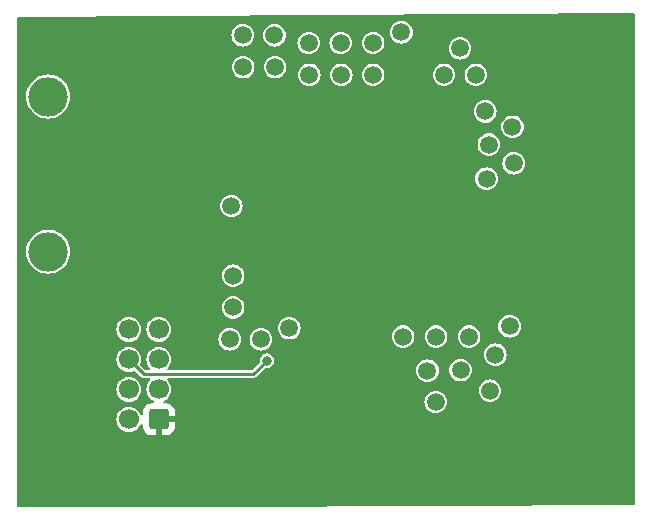
<source format=gbl>
G04 #@! TF.GenerationSoftware,KiCad,Pcbnew,7.0.8-7.0.8~ubuntu22.04.1*
G04 #@! TF.CreationDate,2023-10-11T15:45:23+02:00*
G04 #@! TF.ProjectId,Pico_PCB,5069636f-5f50-4434-922e-6b696361645f,rev?*
G04 #@! TF.SameCoordinates,Original*
G04 #@! TF.FileFunction,Copper,L2,Bot*
G04 #@! TF.FilePolarity,Positive*
%FSLAX46Y46*%
G04 Gerber Fmt 4.6, Leading zero omitted, Abs format (unit mm)*
G04 Created by KiCad (PCBNEW 7.0.8-7.0.8~ubuntu22.04.1) date 2023-10-11 15:45:23*
%MOMM*%
%LPD*%
G01*
G04 APERTURE LIST*
G04 Aperture macros list*
%AMRoundRect*
0 Rectangle with rounded corners*
0 $1 Rounding radius*
0 $2 $3 $4 $5 $6 $7 $8 $9 X,Y pos of 4 corners*
0 Add a 4 corners polygon primitive as box body*
4,1,4,$2,$3,$4,$5,$6,$7,$8,$9,$2,$3,0*
0 Add four circle primitives for the rounded corners*
1,1,$1+$1,$2,$3*
1,1,$1+$1,$4,$5*
1,1,$1+$1,$6,$7*
1,1,$1+$1,$8,$9*
0 Add four rect primitives between the rounded corners*
20,1,$1+$1,$2,$3,$4,$5,0*
20,1,$1+$1,$4,$5,$6,$7,0*
20,1,$1+$1,$6,$7,$8,$9,0*
20,1,$1+$1,$8,$9,$2,$3,0*%
G04 Aperture macros list end*
G04 #@! TA.AperFunction,ComponentPad*
%ADD10C,1.500000*%
G04 #@! TD*
G04 #@! TA.AperFunction,ComponentPad*
%ADD11RoundRect,0.250000X0.600000X0.600000X-0.600000X0.600000X-0.600000X-0.600000X0.600000X-0.600000X0*%
G04 #@! TD*
G04 #@! TA.AperFunction,ComponentPad*
%ADD12C,1.700000*%
G04 #@! TD*
G04 #@! TA.AperFunction,ComponentPad*
%ADD13C,3.327400*%
G04 #@! TD*
G04 #@! TA.AperFunction,ViaPad*
%ADD14C,0.800000*%
G04 #@! TD*
G04 #@! TA.AperFunction,Conductor*
%ADD15C,0.250000*%
G04 #@! TD*
G04 APERTURE END LIST*
D10*
X263238000Y-42160000D03*
X251200000Y-42400000D03*
X248700000Y-31100000D03*
X266000000Y-47700000D03*
X266032000Y-42160000D03*
X255250000Y-17300000D03*
X252400000Y-19350000D03*
X258000000Y-20000000D03*
X248850000Y-39700000D03*
X248850000Y-37000000D03*
D11*
X242550000Y-49170000D03*
D12*
X240010000Y-49170000D03*
X242550000Y-46630000D03*
X240010000Y-46630000D03*
X242550000Y-44090000D03*
X240010000Y-44090000D03*
X242550000Y-41550000D03*
X240010000Y-41550000D03*
D10*
X268050000Y-17750000D03*
X272500000Y-24400000D03*
X266700000Y-20000000D03*
X263100000Y-16400000D03*
X271050000Y-43700000D03*
X255300000Y-20000000D03*
X260700000Y-17300000D03*
X269400000Y-20000000D03*
X249650000Y-16650000D03*
X270500000Y-25900000D03*
X249700000Y-19350000D03*
X257950000Y-17300000D03*
X265300000Y-45050000D03*
X270600000Y-46750000D03*
X252350000Y-16650000D03*
X253600000Y-41450000D03*
X272600000Y-27500000D03*
X270200000Y-23100000D03*
X248550000Y-42400000D03*
X272250000Y-41300000D03*
X260700000Y-20000000D03*
D13*
X233190000Y-21836520D03*
X233190000Y-34968320D03*
D10*
X270300000Y-28800000D03*
X268826000Y-42160000D03*
X268100000Y-45000000D03*
D14*
X243400000Y-16600000D03*
X280300000Y-54100000D03*
X244200000Y-50750000D03*
X257400000Y-54100000D03*
X280500000Y-16600000D03*
X257750000Y-43350000D03*
X238400000Y-22200000D03*
X260200000Y-33300000D03*
X235700000Y-16600000D03*
X253300000Y-51200000D03*
X244250000Y-49200000D03*
X252200000Y-49100000D03*
X259900000Y-40250000D03*
X243700000Y-22450000D03*
X244400000Y-31100000D03*
X256000000Y-51200000D03*
X239200000Y-26200000D03*
X249100000Y-54500000D03*
X257000000Y-45100000D03*
X272100000Y-54100000D03*
X265100000Y-54100000D03*
X247750000Y-48650000D03*
X245950000Y-49250000D03*
X250700000Y-23400000D03*
X273900000Y-16600000D03*
X281200000Y-21600000D03*
X258600000Y-51200000D03*
X261100000Y-51200000D03*
X264000000Y-17800000D03*
X256300000Y-25400000D03*
X263400000Y-48000000D03*
X259550000Y-49000000D03*
X264300000Y-29600000D03*
X245000000Y-26150000D03*
X249000000Y-29000000D03*
X239100000Y-54500000D03*
X232250000Y-54050000D03*
X260550000Y-43200000D03*
X262850000Y-46050000D03*
X263550000Y-19150000D03*
X259500000Y-45100000D03*
X263300000Y-50500000D03*
X260200000Y-29600000D03*
X264100000Y-33300000D03*
X241100000Y-50550000D03*
X251700000Y-44200000D03*
D15*
X251700000Y-44200000D02*
X250550000Y-45350000D01*
X241270000Y-45350000D02*
X240010000Y-44090000D01*
X250550000Y-45350000D02*
X241270000Y-45350000D01*
G04 #@! TA.AperFunction,Conductor*
G36*
X282842441Y-14820014D02*
G01*
X282888497Y-14872555D01*
X282900000Y-14924712D01*
X282900000Y-56276708D01*
X282880315Y-56343747D01*
X282827511Y-56389502D01*
X282776711Y-56400706D01*
X248087250Y-56599500D01*
X230674000Y-56599500D01*
X230606961Y-56579815D01*
X230561206Y-56527011D01*
X230550000Y-56475500D01*
X230550000Y-49170000D01*
X238954417Y-49170000D01*
X238974699Y-49375932D01*
X238974700Y-49375934D01*
X239034768Y-49573954D01*
X239132315Y-49756450D01*
X239132316Y-49756451D01*
X239132317Y-49756452D01*
X239263589Y-49916410D01*
X239360209Y-49995702D01*
X239423550Y-50047685D01*
X239606046Y-50145232D01*
X239804066Y-50205300D01*
X239804065Y-50205300D01*
X239822529Y-50207118D01*
X240010000Y-50225583D01*
X240215934Y-50205300D01*
X240413954Y-50145232D01*
X240596450Y-50047685D01*
X240756410Y-49916410D01*
X240887685Y-49756450D01*
X240966643Y-49608730D01*
X241015604Y-49558887D01*
X241083742Y-49543427D01*
X241149422Y-49567259D01*
X241191790Y-49622816D01*
X241200000Y-49667184D01*
X241200000Y-49819970D01*
X241200001Y-49819987D01*
X241210494Y-49922697D01*
X241265641Y-50089119D01*
X241265643Y-50089124D01*
X241357684Y-50238345D01*
X241481654Y-50362315D01*
X241630875Y-50454356D01*
X241630880Y-50454358D01*
X241797302Y-50509505D01*
X241797309Y-50509506D01*
X241900019Y-50519999D01*
X242299999Y-50519999D01*
X242300000Y-50519998D01*
X242300000Y-49605501D01*
X242407685Y-49654680D01*
X242514237Y-49670000D01*
X242585763Y-49670000D01*
X242692315Y-49654680D01*
X242800000Y-49605501D01*
X242800000Y-50519999D01*
X243199972Y-50519999D01*
X243199986Y-50519998D01*
X243302697Y-50509505D01*
X243469119Y-50454358D01*
X243469124Y-50454356D01*
X243618345Y-50362315D01*
X243742315Y-50238345D01*
X243834356Y-50089124D01*
X243834358Y-50089119D01*
X243889505Y-49922697D01*
X243889506Y-49922690D01*
X243899999Y-49819986D01*
X243900000Y-49819973D01*
X243900000Y-49420000D01*
X242983686Y-49420000D01*
X243009493Y-49379844D01*
X243050000Y-49241889D01*
X243050000Y-49098111D01*
X243009493Y-48960156D01*
X242983686Y-48920000D01*
X243899999Y-48920000D01*
X243899999Y-48520028D01*
X243899998Y-48520013D01*
X243889505Y-48417302D01*
X243834358Y-48250880D01*
X243834356Y-48250875D01*
X243742315Y-48101654D01*
X243618345Y-47977684D01*
X243469124Y-47885643D01*
X243469119Y-47885641D01*
X243302697Y-47830494D01*
X243302690Y-47830493D01*
X243199986Y-47820000D01*
X243047186Y-47820000D01*
X242980147Y-47800315D01*
X242934392Y-47747511D01*
X242927561Y-47700000D01*
X265044901Y-47700000D01*
X265063252Y-47886331D01*
X265063253Y-47886333D01*
X265117604Y-48065502D01*
X265205862Y-48230623D01*
X265205864Y-48230626D01*
X265324642Y-48375357D01*
X265469373Y-48494135D01*
X265469376Y-48494137D01*
X265634497Y-48582395D01*
X265634499Y-48582396D01*
X265813666Y-48636746D01*
X265813668Y-48636747D01*
X265830374Y-48638392D01*
X266000000Y-48655099D01*
X266186331Y-48636747D01*
X266365501Y-48582396D01*
X266530625Y-48494136D01*
X266675357Y-48375357D01*
X266794136Y-48230625D01*
X266882396Y-48065501D01*
X266936747Y-47886331D01*
X266955099Y-47700000D01*
X266936747Y-47513669D01*
X266882396Y-47334499D01*
X266882395Y-47334497D01*
X266794137Y-47169376D01*
X266794135Y-47169373D01*
X266675357Y-47024642D01*
X266530626Y-46905864D01*
X266530623Y-46905862D01*
X266365502Y-46817604D01*
X266186333Y-46763253D01*
X266186331Y-46763252D01*
X266051774Y-46750000D01*
X269644901Y-46750000D01*
X269663252Y-46936331D01*
X269663253Y-46936333D01*
X269717604Y-47115502D01*
X269805862Y-47280623D01*
X269805864Y-47280626D01*
X269924642Y-47425357D01*
X270069373Y-47544135D01*
X270069376Y-47544137D01*
X270183678Y-47605232D01*
X270234499Y-47632396D01*
X270385998Y-47678353D01*
X270413666Y-47686746D01*
X270413668Y-47686747D01*
X270430374Y-47688392D01*
X270600000Y-47705099D01*
X270786331Y-47686747D01*
X270965501Y-47632396D01*
X271130625Y-47544136D01*
X271275357Y-47425357D01*
X271394136Y-47280625D01*
X271482396Y-47115501D01*
X271536747Y-46936331D01*
X271555099Y-46750000D01*
X271536747Y-46563669D01*
X271482396Y-46384499D01*
X271397702Y-46226046D01*
X271394137Y-46219376D01*
X271394135Y-46219373D01*
X271275357Y-46074642D01*
X271130626Y-45955864D01*
X271130623Y-45955862D01*
X270965502Y-45867604D01*
X270786333Y-45813253D01*
X270786331Y-45813252D01*
X270600000Y-45794901D01*
X270413668Y-45813252D01*
X270413666Y-45813253D01*
X270234497Y-45867604D01*
X270069376Y-45955862D01*
X270069373Y-45955864D01*
X269924642Y-46074642D01*
X269805864Y-46219373D01*
X269805862Y-46219376D01*
X269717604Y-46384497D01*
X269663253Y-46563666D01*
X269663252Y-46563668D01*
X269644901Y-46750000D01*
X266051774Y-46750000D01*
X266000000Y-46744901D01*
X265813668Y-46763252D01*
X265813666Y-46763253D01*
X265634497Y-46817604D01*
X265469376Y-46905862D01*
X265469373Y-46905864D01*
X265324642Y-47024642D01*
X265205864Y-47169373D01*
X265205862Y-47169376D01*
X265117604Y-47334497D01*
X265063253Y-47513666D01*
X265063252Y-47513668D01*
X265044901Y-47700000D01*
X242927561Y-47700000D01*
X242924448Y-47678353D01*
X242953473Y-47614797D01*
X242988729Y-47586643D01*
X243136450Y-47507685D01*
X243296410Y-47376410D01*
X243427685Y-47216450D01*
X243525232Y-47033954D01*
X243585300Y-46835934D01*
X243605583Y-46630000D01*
X243585300Y-46424066D01*
X243525232Y-46226046D01*
X243427685Y-46043550D01*
X243296410Y-45883590D01*
X243296411Y-45883590D01*
X243292545Y-45878880D01*
X243294564Y-45877222D01*
X243266517Y-45825858D01*
X243271501Y-45756166D01*
X243313373Y-45700233D01*
X243378837Y-45675816D01*
X243387683Y-45675500D01*
X250533078Y-45675500D01*
X250538481Y-45675735D01*
X250578807Y-45679264D01*
X250617940Y-45668777D01*
X250623162Y-45667619D01*
X250663045Y-45660588D01*
X250663050Y-45660584D01*
X250668099Y-45658747D01*
X250684824Y-45651819D01*
X250689681Y-45649554D01*
X250689684Y-45649554D01*
X250722841Y-45626335D01*
X250727390Y-45623438D01*
X250762455Y-45603194D01*
X250762459Y-45603190D01*
X250788476Y-45572182D01*
X250792122Y-45568202D01*
X251310324Y-45050000D01*
X264344901Y-45050000D01*
X264363252Y-45236331D01*
X264363253Y-45236333D01*
X264417604Y-45415502D01*
X264505862Y-45580623D01*
X264505864Y-45580626D01*
X264624642Y-45725357D01*
X264769373Y-45844135D01*
X264769376Y-45844137D01*
X264934497Y-45932395D01*
X264934499Y-45932396D01*
X265113666Y-45986746D01*
X265113668Y-45986747D01*
X265130374Y-45988392D01*
X265300000Y-46005099D01*
X265486331Y-45986747D01*
X265665501Y-45932396D01*
X265830625Y-45844136D01*
X265975357Y-45725357D01*
X266094136Y-45580625D01*
X266182396Y-45415501D01*
X266236747Y-45236331D01*
X266255099Y-45050000D01*
X266250174Y-45000000D01*
X267144901Y-45000000D01*
X267163252Y-45186331D01*
X267163253Y-45186333D01*
X267217604Y-45365502D01*
X267305862Y-45530623D01*
X267305864Y-45530626D01*
X267424642Y-45675357D01*
X267569373Y-45794135D01*
X267569376Y-45794137D01*
X267734497Y-45882395D01*
X267734499Y-45882396D01*
X267899326Y-45932396D01*
X267913666Y-45936746D01*
X267913668Y-45936747D01*
X267930374Y-45938392D01*
X268100000Y-45955099D01*
X268286331Y-45936747D01*
X268465501Y-45882396D01*
X268630625Y-45794136D01*
X268775357Y-45675357D01*
X268894136Y-45530625D01*
X268982396Y-45365501D01*
X269036747Y-45186331D01*
X269055099Y-45000000D01*
X269036747Y-44813669D01*
X268982396Y-44634499D01*
X268979073Y-44628282D01*
X268894137Y-44469376D01*
X268894135Y-44469373D01*
X268775357Y-44324642D01*
X268630626Y-44205864D01*
X268630623Y-44205862D01*
X268465502Y-44117604D01*
X268286333Y-44063253D01*
X268286331Y-44063252D01*
X268100000Y-44044901D01*
X267913668Y-44063252D01*
X267913666Y-44063253D01*
X267734497Y-44117604D01*
X267569376Y-44205862D01*
X267569373Y-44205864D01*
X267424642Y-44324642D01*
X267305864Y-44469373D01*
X267305862Y-44469376D01*
X267217604Y-44634497D01*
X267163253Y-44813666D01*
X267163252Y-44813668D01*
X267144901Y-45000000D01*
X266250174Y-45000000D01*
X266236747Y-44863669D01*
X266182396Y-44684499D01*
X266178094Y-44676450D01*
X266094137Y-44519376D01*
X266094135Y-44519373D01*
X265975357Y-44374642D01*
X265830626Y-44255864D01*
X265830623Y-44255862D01*
X265665502Y-44167604D01*
X265486333Y-44113253D01*
X265486331Y-44113252D01*
X265300000Y-44094901D01*
X265113668Y-44113252D01*
X265113666Y-44113253D01*
X264934497Y-44167604D01*
X264769376Y-44255862D01*
X264769373Y-44255864D01*
X264624642Y-44374642D01*
X264505864Y-44519373D01*
X264505862Y-44519376D01*
X264417604Y-44684497D01*
X264363253Y-44863666D01*
X264363252Y-44863668D01*
X264344901Y-45050000D01*
X251310324Y-45050000D01*
X251528315Y-44832009D01*
X251589636Y-44798526D01*
X251632180Y-44796753D01*
X251699999Y-44805682D01*
X251700000Y-44805682D01*
X251700001Y-44805682D01*
X251752254Y-44798802D01*
X251856762Y-44785044D01*
X252002841Y-44724536D01*
X252128282Y-44628282D01*
X252224536Y-44502841D01*
X252285044Y-44356762D01*
X252305682Y-44200000D01*
X252294261Y-44113252D01*
X252285044Y-44043239D01*
X252285044Y-44043238D01*
X252224536Y-43897159D01*
X252128282Y-43771718D01*
X252034817Y-43700000D01*
X270094901Y-43700000D01*
X270113252Y-43886331D01*
X270113253Y-43886333D01*
X270167604Y-44065502D01*
X270255862Y-44230623D01*
X270255864Y-44230626D01*
X270374642Y-44375357D01*
X270519373Y-44494135D01*
X270519376Y-44494137D01*
X270660694Y-44569672D01*
X270684499Y-44582396D01*
X270863666Y-44636746D01*
X270863668Y-44636747D01*
X270880374Y-44638392D01*
X271050000Y-44655099D01*
X271236331Y-44636747D01*
X271415501Y-44582396D01*
X271580625Y-44494136D01*
X271725357Y-44375357D01*
X271844136Y-44230625D01*
X271932396Y-44065501D01*
X271986747Y-43886331D01*
X272005099Y-43700000D01*
X271986747Y-43513669D01*
X271932396Y-43334499D01*
X271867088Y-43212315D01*
X271844137Y-43169376D01*
X271844135Y-43169373D01*
X271725357Y-43024642D01*
X271580626Y-42905864D01*
X271580623Y-42905862D01*
X271415502Y-42817604D01*
X271236333Y-42763253D01*
X271236331Y-42763252D01*
X271050000Y-42744901D01*
X270863668Y-42763252D01*
X270863666Y-42763253D01*
X270684497Y-42817604D01*
X270519376Y-42905862D01*
X270519373Y-42905864D01*
X270374642Y-43024642D01*
X270255864Y-43169373D01*
X270255862Y-43169376D01*
X270167604Y-43334497D01*
X270113253Y-43513666D01*
X270113252Y-43513668D01*
X270094901Y-43700000D01*
X252034817Y-43700000D01*
X252002841Y-43675464D01*
X251856762Y-43614956D01*
X251856760Y-43614955D01*
X251700001Y-43594318D01*
X251699999Y-43594318D01*
X251543239Y-43614955D01*
X251543237Y-43614956D01*
X251397160Y-43675463D01*
X251271718Y-43771718D01*
X251175463Y-43897160D01*
X251114956Y-44043237D01*
X251114955Y-44043239D01*
X251094318Y-44199998D01*
X251094318Y-44200001D01*
X251103246Y-44267818D01*
X251092480Y-44336853D01*
X251067988Y-44371684D01*
X250451493Y-44988181D01*
X250390170Y-45021666D01*
X250363812Y-45024500D01*
X243404225Y-45024500D01*
X243337186Y-45004815D01*
X243291431Y-44952011D01*
X243281487Y-44882853D01*
X243308371Y-44821836D01*
X243340387Y-44782822D01*
X243427685Y-44676450D01*
X243525232Y-44493954D01*
X243585300Y-44295934D01*
X243605583Y-44090000D01*
X243585300Y-43884066D01*
X243525232Y-43686046D01*
X243427685Y-43503550D01*
X243375702Y-43440209D01*
X243296410Y-43343589D01*
X243136452Y-43212317D01*
X243136453Y-43212317D01*
X243136450Y-43212315D01*
X242954573Y-43115099D01*
X242953956Y-43114769D01*
X242953955Y-43114768D01*
X242953954Y-43114768D01*
X242755934Y-43054700D01*
X242755932Y-43054699D01*
X242755934Y-43054699D01*
X242550000Y-43034417D01*
X242344067Y-43054699D01*
X242146043Y-43114769D01*
X242035898Y-43173643D01*
X241963550Y-43212315D01*
X241963548Y-43212316D01*
X241963547Y-43212317D01*
X241803589Y-43343589D01*
X241672317Y-43503547D01*
X241672315Y-43503550D01*
X241633643Y-43575898D01*
X241574769Y-43686043D01*
X241514699Y-43884067D01*
X241494417Y-44090000D01*
X241514699Y-44295932D01*
X241538576Y-44374643D01*
X241574768Y-44493954D01*
X241672315Y-44676450D01*
X241672317Y-44676452D01*
X241791629Y-44821836D01*
X241818941Y-44886146D01*
X241807150Y-44955013D01*
X241759997Y-45006573D01*
X241695775Y-45024500D01*
X241456188Y-45024500D01*
X241389149Y-45004815D01*
X241368507Y-44988181D01*
X241011321Y-44630995D01*
X240977836Y-44569672D01*
X240982820Y-44499980D01*
X240984446Y-44495850D01*
X240985227Y-44493962D01*
X240985232Y-44493954D01*
X241045300Y-44295934D01*
X241065583Y-44090000D01*
X241045300Y-43884066D01*
X240985232Y-43686046D01*
X240887685Y-43503550D01*
X240835702Y-43440209D01*
X240756410Y-43343589D01*
X240596452Y-43212317D01*
X240596453Y-43212317D01*
X240596450Y-43212315D01*
X240414573Y-43115099D01*
X240413956Y-43114769D01*
X240413955Y-43114768D01*
X240413954Y-43114768D01*
X240215934Y-43054700D01*
X240215932Y-43054699D01*
X240215934Y-43054699D01*
X240010000Y-43034417D01*
X239804067Y-43054699D01*
X239606043Y-43114769D01*
X239495898Y-43173643D01*
X239423550Y-43212315D01*
X239423548Y-43212316D01*
X239423547Y-43212317D01*
X239263589Y-43343589D01*
X239132317Y-43503547D01*
X239132315Y-43503550D01*
X239093643Y-43575898D01*
X239034769Y-43686043D01*
X238974699Y-43884067D01*
X238954417Y-44090000D01*
X238974699Y-44295932D01*
X238998576Y-44374643D01*
X239034768Y-44493954D01*
X239132315Y-44676450D01*
X239132317Y-44676452D01*
X239263589Y-44836410D01*
X239360209Y-44915702D01*
X239423550Y-44967685D01*
X239606046Y-45065232D01*
X239804066Y-45125300D01*
X239804065Y-45125300D01*
X239822529Y-45127118D01*
X240010000Y-45145583D01*
X240215934Y-45125300D01*
X240413954Y-45065232D01*
X240413962Y-45065227D01*
X240415850Y-45064446D01*
X240416924Y-45064330D01*
X240419784Y-45063463D01*
X240419948Y-45064004D01*
X240485318Y-45056970D01*
X240547801Y-45088238D01*
X240550995Y-45091321D01*
X241027863Y-45568189D01*
X241031518Y-45572178D01*
X241057541Y-45603190D01*
X241057543Y-45603191D01*
X241057545Y-45603194D01*
X241057547Y-45603195D01*
X241057548Y-45603196D01*
X241092599Y-45623433D01*
X241097162Y-45626339D01*
X241130316Y-45649554D01*
X241130319Y-45649554D01*
X241135176Y-45651820D01*
X241151933Y-45658760D01*
X241156950Y-45660586D01*
X241156952Y-45660586D01*
X241156955Y-45660588D01*
X241196818Y-45667616D01*
X241202076Y-45668782D01*
X241241193Y-45679264D01*
X241281518Y-45675735D01*
X241286922Y-45675500D01*
X241712317Y-45675500D01*
X241779356Y-45695185D01*
X241825111Y-45747989D01*
X241835055Y-45817147D01*
X241807024Y-45878526D01*
X241807455Y-45878880D01*
X241806119Y-45880507D01*
X241806030Y-45880703D01*
X241805430Y-45881346D01*
X241672317Y-46043547D01*
X241672315Y-46043550D01*
X241633643Y-46115898D01*
X241574769Y-46226043D01*
X241514699Y-46424067D01*
X241494417Y-46630000D01*
X241514699Y-46835932D01*
X241514700Y-46835934D01*
X241574768Y-47033954D01*
X241672315Y-47216450D01*
X241672317Y-47216452D01*
X241803589Y-47376410D01*
X241863232Y-47425357D01*
X241963550Y-47507685D01*
X242111269Y-47586643D01*
X242161112Y-47635605D01*
X242176572Y-47703742D01*
X242152740Y-47769422D01*
X242097182Y-47811791D01*
X242052815Y-47820000D01*
X241900029Y-47820000D01*
X241900012Y-47820001D01*
X241797302Y-47830494D01*
X241630880Y-47885641D01*
X241630875Y-47885643D01*
X241481654Y-47977684D01*
X241357684Y-48101654D01*
X241265643Y-48250875D01*
X241265641Y-48250880D01*
X241210494Y-48417302D01*
X241210493Y-48417309D01*
X241200000Y-48520013D01*
X241200000Y-48672813D01*
X241180315Y-48739852D01*
X241127511Y-48785607D01*
X241058353Y-48795551D01*
X240994797Y-48766526D01*
X240966642Y-48731267D01*
X240887685Y-48583550D01*
X240814305Y-48494136D01*
X240756410Y-48423589D01*
X240596452Y-48292317D01*
X240596453Y-48292317D01*
X240596450Y-48292315D01*
X240413954Y-48194768D01*
X240215934Y-48134700D01*
X240215932Y-48134699D01*
X240215934Y-48134699D01*
X240010000Y-48114417D01*
X239804067Y-48134699D01*
X239606043Y-48194769D01*
X239538961Y-48230626D01*
X239423550Y-48292315D01*
X239423548Y-48292316D01*
X239423547Y-48292317D01*
X239263589Y-48423589D01*
X239132317Y-48583547D01*
X239034769Y-48766043D01*
X238974699Y-48964067D01*
X238954417Y-49170000D01*
X230550000Y-49170000D01*
X230550000Y-46630000D01*
X238954417Y-46630000D01*
X238974699Y-46835932D01*
X238974700Y-46835934D01*
X239034768Y-47033954D01*
X239132315Y-47216450D01*
X239132317Y-47216452D01*
X239263589Y-47376410D01*
X239323232Y-47425357D01*
X239423550Y-47507685D01*
X239606046Y-47605232D01*
X239804066Y-47665300D01*
X239804065Y-47665300D01*
X239822529Y-47667118D01*
X240010000Y-47685583D01*
X240215934Y-47665300D01*
X240413954Y-47605232D01*
X240596450Y-47507685D01*
X240756410Y-47376410D01*
X240887685Y-47216450D01*
X240985232Y-47033954D01*
X241045300Y-46835934D01*
X241065583Y-46630000D01*
X241045300Y-46424066D01*
X240985232Y-46226046D01*
X240887685Y-46043550D01*
X240835702Y-45980209D01*
X240756410Y-45883589D01*
X240596452Y-45752317D01*
X240596453Y-45752317D01*
X240596450Y-45752315D01*
X240413954Y-45654768D01*
X240215934Y-45594700D01*
X240215932Y-45594699D01*
X240215934Y-45594699D01*
X240010000Y-45574417D01*
X239804067Y-45594699D01*
X239628692Y-45647898D01*
X239610830Y-45653317D01*
X239606043Y-45654769D01*
X239495898Y-45713643D01*
X239423550Y-45752315D01*
X239423548Y-45752316D01*
X239423547Y-45752317D01*
X239263589Y-45883589D01*
X239132317Y-46043547D01*
X239132315Y-46043550D01*
X239093643Y-46115898D01*
X239034769Y-46226043D01*
X238974699Y-46424067D01*
X238954417Y-46630000D01*
X230550000Y-46630000D01*
X230550000Y-41550000D01*
X238954417Y-41550000D01*
X238974699Y-41755932D01*
X238997356Y-41830623D01*
X239034768Y-41953954D01*
X239132315Y-42136450D01*
X239132317Y-42136452D01*
X239263589Y-42296410D01*
X239360209Y-42375702D01*
X239423550Y-42427685D01*
X239606046Y-42525232D01*
X239804066Y-42585300D01*
X239804065Y-42585300D01*
X239814554Y-42586333D01*
X240010000Y-42605583D01*
X240215934Y-42585300D01*
X240413954Y-42525232D01*
X240596450Y-42427685D01*
X240756410Y-42296410D01*
X240887685Y-42136450D01*
X240985232Y-41953954D01*
X241045300Y-41755934D01*
X241065583Y-41550000D01*
X241494417Y-41550000D01*
X241514699Y-41755932D01*
X241537356Y-41830623D01*
X241574768Y-41953954D01*
X241672315Y-42136450D01*
X241672317Y-42136452D01*
X241803589Y-42296410D01*
X241900209Y-42375702D01*
X241963550Y-42427685D01*
X242146046Y-42525232D01*
X242344066Y-42585300D01*
X242344065Y-42585300D01*
X242354554Y-42586333D01*
X242550000Y-42605583D01*
X242755934Y-42585300D01*
X242953954Y-42525232D01*
X243136450Y-42427685D01*
X243170184Y-42400000D01*
X247594901Y-42400000D01*
X247613252Y-42586331D01*
X247613253Y-42586333D01*
X247667604Y-42765502D01*
X247755862Y-42930623D01*
X247755864Y-42930626D01*
X247874642Y-43075357D01*
X248019373Y-43194135D01*
X248019376Y-43194137D01*
X248053389Y-43212317D01*
X248184499Y-43282396D01*
X248363666Y-43336746D01*
X248363668Y-43336747D01*
X248380374Y-43338392D01*
X248550000Y-43355099D01*
X248736331Y-43336747D01*
X248915501Y-43282396D01*
X249080625Y-43194136D01*
X249225357Y-43075357D01*
X249344136Y-42930625D01*
X249432396Y-42765501D01*
X249486747Y-42586331D01*
X249505099Y-42400000D01*
X250244901Y-42400000D01*
X250263252Y-42586331D01*
X250263253Y-42586333D01*
X250317604Y-42765502D01*
X250405862Y-42930623D01*
X250405864Y-42930626D01*
X250524642Y-43075357D01*
X250669373Y-43194135D01*
X250669376Y-43194137D01*
X250703389Y-43212317D01*
X250834499Y-43282396D01*
X251013666Y-43336746D01*
X251013668Y-43336747D01*
X251030374Y-43338392D01*
X251200000Y-43355099D01*
X251386331Y-43336747D01*
X251565501Y-43282396D01*
X251730625Y-43194136D01*
X251875357Y-43075357D01*
X251994136Y-42930625D01*
X252082396Y-42765501D01*
X252136747Y-42586331D01*
X252155099Y-42400000D01*
X252136747Y-42213669D01*
X252082396Y-42034499D01*
X252082395Y-42034497D01*
X251994137Y-41869376D01*
X251994135Y-41869373D01*
X251875357Y-41724642D01*
X251730626Y-41605864D01*
X251730623Y-41605862D01*
X251565502Y-41517604D01*
X251386333Y-41463253D01*
X251386331Y-41463252D01*
X251251774Y-41450000D01*
X252644901Y-41450000D01*
X252663252Y-41636331D01*
X252663253Y-41636333D01*
X252717604Y-41815502D01*
X252805862Y-41980623D01*
X252805864Y-41980626D01*
X252924642Y-42125357D01*
X253069373Y-42244135D01*
X253069376Y-42244137D01*
X253089885Y-42255099D01*
X253234499Y-42332396D01*
X253413666Y-42386746D01*
X253413668Y-42386747D01*
X253430374Y-42388392D01*
X253600000Y-42405099D01*
X253786331Y-42386747D01*
X253965501Y-42332396D01*
X254130625Y-42244136D01*
X254233145Y-42160000D01*
X262282901Y-42160000D01*
X262301252Y-42346331D01*
X262301253Y-42346333D01*
X262355604Y-42525502D01*
X262443862Y-42690623D01*
X262443864Y-42690626D01*
X262562642Y-42835357D01*
X262707373Y-42954135D01*
X262707376Y-42954137D01*
X262839283Y-43024642D01*
X262872499Y-43042396D01*
X263051666Y-43096746D01*
X263051668Y-43096747D01*
X263068374Y-43098392D01*
X263238000Y-43115099D01*
X263424331Y-43096747D01*
X263603501Y-43042396D01*
X263768625Y-42954136D01*
X263913357Y-42835357D01*
X264032136Y-42690625D01*
X264120396Y-42525501D01*
X264174747Y-42346331D01*
X264193099Y-42160000D01*
X265076901Y-42160000D01*
X265095252Y-42346331D01*
X265095253Y-42346333D01*
X265149604Y-42525502D01*
X265237862Y-42690623D01*
X265237864Y-42690626D01*
X265356642Y-42835357D01*
X265501373Y-42954135D01*
X265501376Y-42954137D01*
X265633283Y-43024642D01*
X265666499Y-43042396D01*
X265845666Y-43096746D01*
X265845668Y-43096747D01*
X265862374Y-43098392D01*
X266032000Y-43115099D01*
X266218331Y-43096747D01*
X266397501Y-43042396D01*
X266562625Y-42954136D01*
X266707357Y-42835357D01*
X266826136Y-42690625D01*
X266914396Y-42525501D01*
X266968747Y-42346331D01*
X266987099Y-42160000D01*
X267870901Y-42160000D01*
X267889252Y-42346331D01*
X267889253Y-42346333D01*
X267943604Y-42525502D01*
X268031862Y-42690623D01*
X268031864Y-42690626D01*
X268150642Y-42835357D01*
X268295373Y-42954135D01*
X268295376Y-42954137D01*
X268427283Y-43024642D01*
X268460499Y-43042396D01*
X268639666Y-43096746D01*
X268639668Y-43096747D01*
X268656374Y-43098392D01*
X268826000Y-43115099D01*
X269012331Y-43096747D01*
X269191501Y-43042396D01*
X269356625Y-42954136D01*
X269501357Y-42835357D01*
X269620136Y-42690625D01*
X269708396Y-42525501D01*
X269762747Y-42346331D01*
X269781099Y-42160000D01*
X269762747Y-41973669D01*
X269708396Y-41794499D01*
X269687782Y-41755932D01*
X269620137Y-41629376D01*
X269620135Y-41629373D01*
X269501357Y-41484642D01*
X269356626Y-41365864D01*
X269356623Y-41365862D01*
X269233402Y-41300000D01*
X271294901Y-41300000D01*
X271313252Y-41486331D01*
X271313253Y-41486333D01*
X271367604Y-41665502D01*
X271455862Y-41830623D01*
X271455864Y-41830626D01*
X271574642Y-41975357D01*
X271719373Y-42094135D01*
X271719376Y-42094137D01*
X271884497Y-42182395D01*
X271884499Y-42182396D01*
X271987592Y-42213669D01*
X272063666Y-42236746D01*
X272063668Y-42236747D01*
X272080374Y-42238392D01*
X272250000Y-42255099D01*
X272436331Y-42236747D01*
X272615501Y-42182396D01*
X272780625Y-42094136D01*
X272925357Y-41975357D01*
X273044136Y-41830625D01*
X273132396Y-41665501D01*
X273186747Y-41486331D01*
X273205099Y-41300000D01*
X273186747Y-41113669D01*
X273132396Y-40934499D01*
X273124311Y-40919373D01*
X273044137Y-40769376D01*
X273044135Y-40769373D01*
X272925357Y-40624642D01*
X272780626Y-40505864D01*
X272780623Y-40505862D01*
X272615502Y-40417604D01*
X272436333Y-40363253D01*
X272436331Y-40363252D01*
X272250000Y-40344901D01*
X272063668Y-40363252D01*
X272063666Y-40363253D01*
X271884497Y-40417604D01*
X271719376Y-40505862D01*
X271719373Y-40505864D01*
X271574642Y-40624642D01*
X271455864Y-40769373D01*
X271455862Y-40769376D01*
X271367604Y-40934497D01*
X271313253Y-41113666D01*
X271313252Y-41113668D01*
X271294901Y-41300000D01*
X269233402Y-41300000D01*
X269191502Y-41277604D01*
X269012333Y-41223253D01*
X269012331Y-41223252D01*
X268826000Y-41204901D01*
X268639668Y-41223252D01*
X268639666Y-41223253D01*
X268460497Y-41277604D01*
X268295376Y-41365862D01*
X268295373Y-41365864D01*
X268150642Y-41484642D01*
X268031864Y-41629373D01*
X268031862Y-41629376D01*
X267943604Y-41794497D01*
X267889253Y-41973666D01*
X267889252Y-41973668D01*
X267870901Y-42160000D01*
X266987099Y-42160000D01*
X266968747Y-41973669D01*
X266914396Y-41794499D01*
X266893782Y-41755932D01*
X266826137Y-41629376D01*
X266826135Y-41629373D01*
X266707357Y-41484642D01*
X266562626Y-41365864D01*
X266562623Y-41365862D01*
X266397502Y-41277604D01*
X266218333Y-41223253D01*
X266218331Y-41223252D01*
X266032000Y-41204901D01*
X265845668Y-41223252D01*
X265845666Y-41223253D01*
X265666497Y-41277604D01*
X265501376Y-41365862D01*
X265501373Y-41365864D01*
X265356642Y-41484642D01*
X265237864Y-41629373D01*
X265237862Y-41629376D01*
X265149604Y-41794497D01*
X265095253Y-41973666D01*
X265095252Y-41973668D01*
X265076901Y-42160000D01*
X264193099Y-42160000D01*
X264174747Y-41973669D01*
X264120396Y-41794499D01*
X264099782Y-41755932D01*
X264032137Y-41629376D01*
X264032135Y-41629373D01*
X263913357Y-41484642D01*
X263768626Y-41365864D01*
X263768623Y-41365862D01*
X263603502Y-41277604D01*
X263424333Y-41223253D01*
X263424331Y-41223252D01*
X263238000Y-41204901D01*
X263051668Y-41223252D01*
X263051666Y-41223253D01*
X262872497Y-41277604D01*
X262707376Y-41365862D01*
X262707373Y-41365864D01*
X262562642Y-41484642D01*
X262443864Y-41629373D01*
X262443862Y-41629376D01*
X262355604Y-41794497D01*
X262301253Y-41973666D01*
X262301252Y-41973668D01*
X262282901Y-42160000D01*
X254233145Y-42160000D01*
X254275357Y-42125357D01*
X254394136Y-41980625D01*
X254482396Y-41815501D01*
X254536747Y-41636331D01*
X254555099Y-41450000D01*
X254536747Y-41263669D01*
X254482396Y-41084499D01*
X254417748Y-40963550D01*
X254394137Y-40919376D01*
X254394135Y-40919373D01*
X254275357Y-40774642D01*
X254130626Y-40655864D01*
X254130623Y-40655862D01*
X253965502Y-40567604D01*
X253786333Y-40513253D01*
X253786331Y-40513252D01*
X253600000Y-40494901D01*
X253413668Y-40513252D01*
X253413666Y-40513253D01*
X253234497Y-40567604D01*
X253069376Y-40655862D01*
X253069373Y-40655864D01*
X252924642Y-40774642D01*
X252805864Y-40919373D01*
X252805862Y-40919376D01*
X252717604Y-41084497D01*
X252663253Y-41263666D01*
X252663252Y-41263668D01*
X252644901Y-41450000D01*
X251251774Y-41450000D01*
X251200000Y-41444901D01*
X251013668Y-41463252D01*
X251013666Y-41463253D01*
X250834497Y-41517604D01*
X250669376Y-41605862D01*
X250669373Y-41605864D01*
X250524642Y-41724642D01*
X250405864Y-41869373D01*
X250405862Y-41869376D01*
X250317604Y-42034497D01*
X250263253Y-42213666D01*
X250263252Y-42213668D01*
X250244901Y-42400000D01*
X249505099Y-42400000D01*
X249486747Y-42213669D01*
X249432396Y-42034499D01*
X249432395Y-42034497D01*
X249344137Y-41869376D01*
X249344135Y-41869373D01*
X249225357Y-41724642D01*
X249080626Y-41605864D01*
X249080623Y-41605862D01*
X248915502Y-41517604D01*
X248736333Y-41463253D01*
X248736331Y-41463252D01*
X248550000Y-41444901D01*
X248363668Y-41463252D01*
X248363666Y-41463253D01*
X248184497Y-41517604D01*
X248019376Y-41605862D01*
X248019373Y-41605864D01*
X247874642Y-41724642D01*
X247755864Y-41869373D01*
X247755862Y-41869376D01*
X247667604Y-42034497D01*
X247613253Y-42213666D01*
X247613252Y-42213668D01*
X247594901Y-42400000D01*
X243170184Y-42400000D01*
X243296410Y-42296410D01*
X243427685Y-42136450D01*
X243525232Y-41953954D01*
X243585300Y-41755934D01*
X243605583Y-41550000D01*
X243585300Y-41344066D01*
X243525232Y-41146046D01*
X243427685Y-40963550D01*
X243375702Y-40900209D01*
X243296410Y-40803589D01*
X243136452Y-40672317D01*
X243136453Y-40672317D01*
X243136450Y-40672315D01*
X242953954Y-40574768D01*
X242755934Y-40514700D01*
X242755932Y-40514699D01*
X242755934Y-40514699D01*
X242550000Y-40494417D01*
X242344067Y-40514699D01*
X242146043Y-40574769D01*
X242052739Y-40624642D01*
X241963550Y-40672315D01*
X241963548Y-40672316D01*
X241963547Y-40672317D01*
X241803589Y-40803589D01*
X241672317Y-40963547D01*
X241574769Y-41146043D01*
X241514699Y-41344067D01*
X241494417Y-41550000D01*
X241065583Y-41550000D01*
X241045300Y-41344066D01*
X240985232Y-41146046D01*
X240887685Y-40963550D01*
X240835702Y-40900209D01*
X240756410Y-40803589D01*
X240596452Y-40672317D01*
X240596453Y-40672317D01*
X240596450Y-40672315D01*
X240413954Y-40574768D01*
X240215934Y-40514700D01*
X240215932Y-40514699D01*
X240215934Y-40514699D01*
X240010000Y-40494417D01*
X239804067Y-40514699D01*
X239606043Y-40574769D01*
X239512739Y-40624642D01*
X239423550Y-40672315D01*
X239423548Y-40672316D01*
X239423547Y-40672317D01*
X239263589Y-40803589D01*
X239132317Y-40963547D01*
X239034769Y-41146043D01*
X238974699Y-41344067D01*
X238954417Y-41550000D01*
X230550000Y-41550000D01*
X230550000Y-39700000D01*
X247894901Y-39700000D01*
X247913252Y-39886331D01*
X247913253Y-39886333D01*
X247967604Y-40065502D01*
X248055862Y-40230623D01*
X248055864Y-40230626D01*
X248174642Y-40375357D01*
X248319373Y-40494135D01*
X248319376Y-40494137D01*
X248456825Y-40567604D01*
X248484499Y-40582396D01*
X248623768Y-40624643D01*
X248663666Y-40636746D01*
X248663668Y-40636747D01*
X248680374Y-40638392D01*
X248850000Y-40655099D01*
X249036331Y-40636747D01*
X249215501Y-40582396D01*
X249380625Y-40494136D01*
X249525357Y-40375357D01*
X249644136Y-40230625D01*
X249732396Y-40065501D01*
X249786747Y-39886331D01*
X249805099Y-39700000D01*
X249786747Y-39513669D01*
X249732396Y-39334499D01*
X249644136Y-39169375D01*
X249644135Y-39169373D01*
X249525357Y-39024642D01*
X249380626Y-38905864D01*
X249380623Y-38905862D01*
X249215502Y-38817604D01*
X249036333Y-38763253D01*
X249036331Y-38763252D01*
X248850000Y-38744901D01*
X248663668Y-38763252D01*
X248663666Y-38763253D01*
X248484497Y-38817604D01*
X248319376Y-38905862D01*
X248319373Y-38905864D01*
X248174642Y-39024642D01*
X248055864Y-39169373D01*
X248055862Y-39169376D01*
X247967604Y-39334497D01*
X247913253Y-39513666D01*
X247913252Y-39513668D01*
X247894901Y-39700000D01*
X230550000Y-39700000D01*
X230550000Y-37000000D01*
X247894901Y-37000000D01*
X247913252Y-37186331D01*
X247913253Y-37186333D01*
X247967604Y-37365502D01*
X248055862Y-37530623D01*
X248055864Y-37530626D01*
X248174642Y-37675357D01*
X248319373Y-37794135D01*
X248319376Y-37794137D01*
X248484497Y-37882395D01*
X248484499Y-37882396D01*
X248663666Y-37936746D01*
X248663668Y-37936747D01*
X248680374Y-37938392D01*
X248850000Y-37955099D01*
X249036331Y-37936747D01*
X249215501Y-37882396D01*
X249380625Y-37794136D01*
X249525357Y-37675357D01*
X249644136Y-37530625D01*
X249732396Y-37365501D01*
X249786747Y-37186331D01*
X249805099Y-37000000D01*
X249786747Y-36813669D01*
X249732396Y-36634499D01*
X249682203Y-36540594D01*
X249644137Y-36469376D01*
X249644135Y-36469373D01*
X249525357Y-36324642D01*
X249380626Y-36205864D01*
X249380623Y-36205862D01*
X249215502Y-36117604D01*
X249036333Y-36063253D01*
X249036331Y-36063252D01*
X248850000Y-36044901D01*
X248663668Y-36063252D01*
X248663666Y-36063253D01*
X248484497Y-36117604D01*
X248319376Y-36205862D01*
X248319373Y-36205864D01*
X248174642Y-36324642D01*
X248055864Y-36469373D01*
X248055862Y-36469376D01*
X247967604Y-36634497D01*
X247913253Y-36813666D01*
X247913252Y-36813668D01*
X247894901Y-37000000D01*
X230550000Y-37000000D01*
X230550000Y-34968321D01*
X231321038Y-34968321D01*
X231340061Y-35234306D01*
X231396742Y-35494860D01*
X231396744Y-35494867D01*
X231454602Y-35649993D01*
X231489932Y-35744716D01*
X231489934Y-35744720D01*
X231617725Y-35978751D01*
X231617730Y-35978759D01*
X231777526Y-36192222D01*
X231777542Y-36192240D01*
X231966079Y-36380777D01*
X231966097Y-36380793D01*
X232179560Y-36540589D01*
X232179568Y-36540594D01*
X232413599Y-36668385D01*
X232413603Y-36668387D01*
X232413605Y-36668388D01*
X232663453Y-36761576D01*
X232793736Y-36789917D01*
X232924013Y-36818258D01*
X232924015Y-36818258D01*
X232924019Y-36818259D01*
X233160386Y-36835164D01*
X233189999Y-36837282D01*
X233190000Y-36837282D01*
X233190001Y-36837282D01*
X233216647Y-36835376D01*
X233455981Y-36818259D01*
X233477086Y-36813668D01*
X233493413Y-36810115D01*
X233716547Y-36761576D01*
X233966395Y-36668388D01*
X234200437Y-36540591D01*
X234413910Y-36380787D01*
X234602467Y-36192230D01*
X234762271Y-35978757D01*
X234890068Y-35744715D01*
X234983256Y-35494867D01*
X235039939Y-35234301D01*
X235058962Y-34968320D01*
X235039939Y-34702339D01*
X234983256Y-34441773D01*
X234890068Y-34191925D01*
X234762271Y-33957883D01*
X234762269Y-33957880D01*
X234602473Y-33744417D01*
X234602457Y-33744399D01*
X234413920Y-33555862D01*
X234413902Y-33555846D01*
X234200439Y-33396050D01*
X234200431Y-33396045D01*
X233966400Y-33268254D01*
X233966396Y-33268252D01*
X233871673Y-33232922D01*
X233716547Y-33175064D01*
X233716543Y-33175063D01*
X233716540Y-33175062D01*
X233455986Y-33118381D01*
X233190001Y-33099358D01*
X233189999Y-33099358D01*
X232924013Y-33118381D01*
X232663459Y-33175062D01*
X232663454Y-33175063D01*
X232663453Y-33175064D01*
X232603048Y-33197593D01*
X232413603Y-33268252D01*
X232413599Y-33268254D01*
X232179568Y-33396045D01*
X232179560Y-33396050D01*
X231966097Y-33555846D01*
X231966079Y-33555862D01*
X231777542Y-33744399D01*
X231777526Y-33744417D01*
X231617730Y-33957880D01*
X231617725Y-33957888D01*
X231489934Y-34191919D01*
X231489932Y-34191923D01*
X231396742Y-34441779D01*
X231340061Y-34702333D01*
X231321038Y-34968318D01*
X231321038Y-34968321D01*
X230550000Y-34968321D01*
X230550000Y-31100000D01*
X247744901Y-31100000D01*
X247763252Y-31286331D01*
X247763253Y-31286333D01*
X247817604Y-31465502D01*
X247905862Y-31630623D01*
X247905864Y-31630626D01*
X248024642Y-31775357D01*
X248169373Y-31894135D01*
X248169376Y-31894137D01*
X248334497Y-31982395D01*
X248334499Y-31982396D01*
X248513666Y-32036746D01*
X248513668Y-32036747D01*
X248530374Y-32038392D01*
X248700000Y-32055099D01*
X248886331Y-32036747D01*
X249065501Y-31982396D01*
X249230625Y-31894136D01*
X249375357Y-31775357D01*
X249494136Y-31630625D01*
X249582396Y-31465501D01*
X249636747Y-31286331D01*
X249655099Y-31100000D01*
X249636747Y-30913669D01*
X249582396Y-30734499D01*
X249494136Y-30569375D01*
X249494135Y-30569373D01*
X249375357Y-30424642D01*
X249230626Y-30305864D01*
X249230623Y-30305862D01*
X249065502Y-30217604D01*
X248886333Y-30163253D01*
X248886331Y-30163252D01*
X248700000Y-30144901D01*
X248513668Y-30163252D01*
X248513666Y-30163253D01*
X248334497Y-30217604D01*
X248169376Y-30305862D01*
X248169373Y-30305864D01*
X248024642Y-30424642D01*
X247905864Y-30569373D01*
X247905862Y-30569376D01*
X247817604Y-30734497D01*
X247763253Y-30913666D01*
X247763252Y-30913668D01*
X247744901Y-31100000D01*
X230550000Y-31100000D01*
X230550000Y-28800000D01*
X269344901Y-28800000D01*
X269363252Y-28986331D01*
X269363253Y-28986333D01*
X269417604Y-29165502D01*
X269505862Y-29330623D01*
X269505864Y-29330626D01*
X269624642Y-29475357D01*
X269769373Y-29594135D01*
X269769376Y-29594137D01*
X269934497Y-29682395D01*
X269934499Y-29682396D01*
X270113666Y-29736746D01*
X270113668Y-29736747D01*
X270130374Y-29738392D01*
X270300000Y-29755099D01*
X270486331Y-29736747D01*
X270665501Y-29682396D01*
X270830625Y-29594136D01*
X270975357Y-29475357D01*
X271094136Y-29330625D01*
X271182396Y-29165501D01*
X271236747Y-28986331D01*
X271255099Y-28800000D01*
X271236747Y-28613669D01*
X271182396Y-28434499D01*
X271154546Y-28382395D01*
X271094137Y-28269376D01*
X271094135Y-28269373D01*
X270975357Y-28124642D01*
X270830626Y-28005864D01*
X270830623Y-28005862D01*
X270665502Y-27917604D01*
X270486333Y-27863253D01*
X270486331Y-27863252D01*
X270300000Y-27844901D01*
X270113668Y-27863252D01*
X270113666Y-27863253D01*
X269934497Y-27917604D01*
X269769376Y-28005862D01*
X269769373Y-28005864D01*
X269624642Y-28124642D01*
X269505864Y-28269373D01*
X269505862Y-28269376D01*
X269417604Y-28434497D01*
X269363253Y-28613666D01*
X269363252Y-28613668D01*
X269344901Y-28800000D01*
X230550000Y-28800000D01*
X230550000Y-27500000D01*
X271644901Y-27500000D01*
X271663252Y-27686331D01*
X271663253Y-27686333D01*
X271717604Y-27865502D01*
X271805862Y-28030623D01*
X271805864Y-28030626D01*
X271924642Y-28175357D01*
X272069373Y-28294135D01*
X272069376Y-28294137D01*
X272234497Y-28382395D01*
X272234499Y-28382396D01*
X272413666Y-28436746D01*
X272413668Y-28436747D01*
X272430374Y-28438392D01*
X272600000Y-28455099D01*
X272786331Y-28436747D01*
X272965501Y-28382396D01*
X273130625Y-28294136D01*
X273275357Y-28175357D01*
X273394136Y-28030625D01*
X273482396Y-27865501D01*
X273536747Y-27686331D01*
X273555099Y-27500000D01*
X273536747Y-27313669D01*
X273482396Y-27134499D01*
X273394136Y-26969375D01*
X273394135Y-26969373D01*
X273275357Y-26824642D01*
X273130626Y-26705864D01*
X273130623Y-26705862D01*
X272965502Y-26617604D01*
X272786333Y-26563253D01*
X272786331Y-26563252D01*
X272600000Y-26544901D01*
X272413668Y-26563252D01*
X272413666Y-26563253D01*
X272234497Y-26617604D01*
X272069376Y-26705862D01*
X272069373Y-26705864D01*
X271924642Y-26824642D01*
X271805864Y-26969373D01*
X271805862Y-26969376D01*
X271717604Y-27134497D01*
X271663253Y-27313666D01*
X271663252Y-27313668D01*
X271644901Y-27500000D01*
X230550000Y-27500000D01*
X230550000Y-25900000D01*
X269544901Y-25900000D01*
X269563252Y-26086331D01*
X269563253Y-26086333D01*
X269617604Y-26265502D01*
X269705862Y-26430623D01*
X269705864Y-26430626D01*
X269824642Y-26575357D01*
X269969373Y-26694135D01*
X269969376Y-26694137D01*
X270134497Y-26782395D01*
X270134499Y-26782396D01*
X270273768Y-26824643D01*
X270313666Y-26836746D01*
X270313668Y-26836747D01*
X270330374Y-26838392D01*
X270500000Y-26855099D01*
X270686331Y-26836747D01*
X270865501Y-26782396D01*
X271030625Y-26694136D01*
X271175357Y-26575357D01*
X271294136Y-26430625D01*
X271382396Y-26265501D01*
X271436747Y-26086331D01*
X271455099Y-25900000D01*
X271436747Y-25713669D01*
X271382396Y-25534499D01*
X271294136Y-25369375D01*
X271294135Y-25369373D01*
X271175357Y-25224642D01*
X271030626Y-25105864D01*
X271030623Y-25105862D01*
X270865502Y-25017604D01*
X270686333Y-24963253D01*
X270686331Y-24963252D01*
X270500000Y-24944901D01*
X270313668Y-24963252D01*
X270313666Y-24963253D01*
X270134497Y-25017604D01*
X269969376Y-25105862D01*
X269969373Y-25105864D01*
X269824642Y-25224642D01*
X269705864Y-25369373D01*
X269705862Y-25369376D01*
X269617604Y-25534497D01*
X269563253Y-25713666D01*
X269563252Y-25713668D01*
X269544901Y-25900000D01*
X230550000Y-25900000D01*
X230550000Y-24400000D01*
X271544901Y-24400000D01*
X271563252Y-24586331D01*
X271563253Y-24586333D01*
X271617604Y-24765502D01*
X271705862Y-24930623D01*
X271705864Y-24930626D01*
X271824642Y-25075357D01*
X271969373Y-25194135D01*
X271969376Y-25194137D01*
X272134497Y-25282395D01*
X272134499Y-25282396D01*
X272313666Y-25336746D01*
X272313668Y-25336747D01*
X272330374Y-25338392D01*
X272500000Y-25355099D01*
X272686331Y-25336747D01*
X272865501Y-25282396D01*
X273030625Y-25194136D01*
X273175357Y-25075357D01*
X273294136Y-24930625D01*
X273382396Y-24765501D01*
X273436747Y-24586331D01*
X273455099Y-24400000D01*
X273436747Y-24213669D01*
X273382396Y-24034499D01*
X273354546Y-23982395D01*
X273294137Y-23869376D01*
X273294135Y-23869373D01*
X273175357Y-23724642D01*
X273030626Y-23605864D01*
X273030623Y-23605862D01*
X272865502Y-23517604D01*
X272686333Y-23463253D01*
X272686331Y-23463252D01*
X272500000Y-23444901D01*
X272313668Y-23463252D01*
X272313666Y-23463253D01*
X272134497Y-23517604D01*
X271969376Y-23605862D01*
X271969373Y-23605864D01*
X271824642Y-23724642D01*
X271705864Y-23869373D01*
X271705862Y-23869376D01*
X271617604Y-24034497D01*
X271563253Y-24213666D01*
X271563252Y-24213668D01*
X271544901Y-24400000D01*
X230550000Y-24400000D01*
X230550000Y-21836521D01*
X231321038Y-21836521D01*
X231340061Y-22102506D01*
X231384300Y-22305864D01*
X231396744Y-22363067D01*
X231419711Y-22424643D01*
X231489932Y-22612916D01*
X231489934Y-22612920D01*
X231617725Y-22846951D01*
X231617730Y-22846959D01*
X231777526Y-23060422D01*
X231777542Y-23060440D01*
X231966079Y-23248977D01*
X231966097Y-23248993D01*
X232179560Y-23408789D01*
X232179568Y-23408794D01*
X232413599Y-23536585D01*
X232413603Y-23536587D01*
X232413605Y-23536588D01*
X232663453Y-23629776D01*
X232793736Y-23658117D01*
X232924013Y-23686458D01*
X232924015Y-23686458D01*
X232924019Y-23686459D01*
X233160386Y-23703364D01*
X233189999Y-23705482D01*
X233190000Y-23705482D01*
X233190001Y-23705482D01*
X233216647Y-23703576D01*
X233455981Y-23686459D01*
X233716547Y-23629776D01*
X233966395Y-23536588D01*
X234200437Y-23408791D01*
X234413910Y-23248987D01*
X234562897Y-23100000D01*
X269244901Y-23100000D01*
X269263252Y-23286331D01*
X269263253Y-23286333D01*
X269317604Y-23465502D01*
X269405862Y-23630623D01*
X269405864Y-23630626D01*
X269524642Y-23775357D01*
X269669373Y-23894135D01*
X269669376Y-23894137D01*
X269834497Y-23982395D01*
X269834499Y-23982396D01*
X270013666Y-24036746D01*
X270013668Y-24036747D01*
X270030374Y-24038392D01*
X270200000Y-24055099D01*
X270386331Y-24036747D01*
X270565501Y-23982396D01*
X270730625Y-23894136D01*
X270875357Y-23775357D01*
X270994136Y-23630625D01*
X271082396Y-23465501D01*
X271136747Y-23286331D01*
X271155099Y-23100000D01*
X271136747Y-22913669D01*
X271082396Y-22734499D01*
X271017409Y-22612916D01*
X270994137Y-22569376D01*
X270994135Y-22569373D01*
X270875357Y-22424642D01*
X270730626Y-22305864D01*
X270730623Y-22305862D01*
X270565502Y-22217604D01*
X270386333Y-22163253D01*
X270386331Y-22163252D01*
X270200000Y-22144901D01*
X270013668Y-22163252D01*
X270013666Y-22163253D01*
X269834497Y-22217604D01*
X269669376Y-22305862D01*
X269669373Y-22305864D01*
X269524642Y-22424642D01*
X269405864Y-22569373D01*
X269405862Y-22569376D01*
X269317604Y-22734497D01*
X269263253Y-22913666D01*
X269263252Y-22913668D01*
X269244901Y-23100000D01*
X234562897Y-23100000D01*
X234602467Y-23060430D01*
X234762271Y-22846957D01*
X234890068Y-22612915D01*
X234983256Y-22363067D01*
X235039939Y-22102501D01*
X235058962Y-21836520D01*
X235039939Y-21570539D01*
X234983256Y-21309973D01*
X234890068Y-21060125D01*
X234832719Y-20955099D01*
X234762274Y-20826088D01*
X234762269Y-20826080D01*
X234602473Y-20612617D01*
X234602457Y-20612599D01*
X234413920Y-20424062D01*
X234413902Y-20424046D01*
X234200439Y-20264250D01*
X234200431Y-20264245D01*
X233966400Y-20136454D01*
X233966396Y-20136452D01*
X233871673Y-20101122D01*
X233716547Y-20043264D01*
X233716543Y-20043263D01*
X233716540Y-20043262D01*
X233455986Y-19986581D01*
X233190001Y-19967558D01*
X233189999Y-19967558D01*
X232924013Y-19986581D01*
X232663459Y-20043262D01*
X232663454Y-20043263D01*
X232663453Y-20043264D01*
X232603048Y-20065793D01*
X232413603Y-20136452D01*
X232413599Y-20136454D01*
X232179568Y-20264245D01*
X232179560Y-20264250D01*
X231966097Y-20424046D01*
X231966079Y-20424062D01*
X231777542Y-20612599D01*
X231777526Y-20612617D01*
X231617730Y-20826080D01*
X231617725Y-20826088D01*
X231489934Y-21060119D01*
X231489932Y-21060123D01*
X231396742Y-21309979D01*
X231340061Y-21570533D01*
X231321038Y-21836518D01*
X231321038Y-21836521D01*
X230550000Y-21836521D01*
X230550000Y-19350000D01*
X248744901Y-19350000D01*
X248763252Y-19536331D01*
X248763253Y-19536333D01*
X248817604Y-19715502D01*
X248905862Y-19880623D01*
X248905864Y-19880626D01*
X249024642Y-20025357D01*
X249169373Y-20144135D01*
X249169376Y-20144137D01*
X249334497Y-20232395D01*
X249334499Y-20232396D01*
X249513666Y-20286746D01*
X249513668Y-20286747D01*
X249530374Y-20288392D01*
X249700000Y-20305099D01*
X249886331Y-20286747D01*
X250065501Y-20232396D01*
X250230625Y-20144136D01*
X250375357Y-20025357D01*
X250494136Y-19880625D01*
X250582396Y-19715501D01*
X250636747Y-19536331D01*
X250655099Y-19350000D01*
X251444901Y-19350000D01*
X251463252Y-19536331D01*
X251463253Y-19536333D01*
X251517604Y-19715502D01*
X251605862Y-19880623D01*
X251605864Y-19880626D01*
X251724642Y-20025357D01*
X251869373Y-20144135D01*
X251869376Y-20144137D01*
X252034497Y-20232395D01*
X252034499Y-20232396D01*
X252213666Y-20286746D01*
X252213668Y-20286747D01*
X252230374Y-20288392D01*
X252400000Y-20305099D01*
X252586331Y-20286747D01*
X252765501Y-20232396D01*
X252930625Y-20144136D01*
X253075357Y-20025357D01*
X253096167Y-20000000D01*
X254344901Y-20000000D01*
X254363252Y-20186331D01*
X254363253Y-20186333D01*
X254417604Y-20365502D01*
X254505862Y-20530623D01*
X254505864Y-20530626D01*
X254624642Y-20675357D01*
X254769373Y-20794135D01*
X254769376Y-20794137D01*
X254829153Y-20826088D01*
X254934499Y-20882396D01*
X255113666Y-20936746D01*
X255113668Y-20936747D01*
X255130374Y-20938392D01*
X255300000Y-20955099D01*
X255486331Y-20936747D01*
X255665501Y-20882396D01*
X255830625Y-20794136D01*
X255975357Y-20675357D01*
X256094136Y-20530625D01*
X256182396Y-20365501D01*
X256236747Y-20186331D01*
X256255099Y-20000000D01*
X257044901Y-20000000D01*
X257063252Y-20186331D01*
X257063253Y-20186333D01*
X257117604Y-20365502D01*
X257205862Y-20530623D01*
X257205864Y-20530626D01*
X257324642Y-20675357D01*
X257469373Y-20794135D01*
X257469376Y-20794137D01*
X257529153Y-20826088D01*
X257634499Y-20882396D01*
X257813666Y-20936746D01*
X257813668Y-20936747D01*
X257830374Y-20938392D01*
X258000000Y-20955099D01*
X258186331Y-20936747D01*
X258365501Y-20882396D01*
X258530625Y-20794136D01*
X258675357Y-20675357D01*
X258794136Y-20530625D01*
X258882396Y-20365501D01*
X258936747Y-20186331D01*
X258955099Y-20000000D01*
X259744901Y-20000000D01*
X259763252Y-20186331D01*
X259763253Y-20186333D01*
X259817604Y-20365502D01*
X259905862Y-20530623D01*
X259905864Y-20530626D01*
X260024642Y-20675357D01*
X260169373Y-20794135D01*
X260169376Y-20794137D01*
X260229153Y-20826088D01*
X260334499Y-20882396D01*
X260513666Y-20936746D01*
X260513668Y-20936747D01*
X260530374Y-20938392D01*
X260700000Y-20955099D01*
X260886331Y-20936747D01*
X261065501Y-20882396D01*
X261230625Y-20794136D01*
X261375357Y-20675357D01*
X261494136Y-20530625D01*
X261582396Y-20365501D01*
X261636747Y-20186331D01*
X261655099Y-20000000D01*
X265744901Y-20000000D01*
X265763252Y-20186331D01*
X265763253Y-20186333D01*
X265817604Y-20365502D01*
X265905862Y-20530623D01*
X265905864Y-20530626D01*
X266024642Y-20675357D01*
X266169373Y-20794135D01*
X266169376Y-20794137D01*
X266229153Y-20826088D01*
X266334499Y-20882396D01*
X266513666Y-20936746D01*
X266513668Y-20936747D01*
X266530374Y-20938392D01*
X266700000Y-20955099D01*
X266886331Y-20936747D01*
X267065501Y-20882396D01*
X267230625Y-20794136D01*
X267375357Y-20675357D01*
X267494136Y-20530625D01*
X267582396Y-20365501D01*
X267636747Y-20186331D01*
X267655099Y-20000000D01*
X268444901Y-20000000D01*
X268463252Y-20186331D01*
X268463253Y-20186333D01*
X268517604Y-20365502D01*
X268605862Y-20530623D01*
X268605864Y-20530626D01*
X268724642Y-20675357D01*
X268869373Y-20794135D01*
X268869376Y-20794137D01*
X268929153Y-20826088D01*
X269034499Y-20882396D01*
X269213666Y-20936746D01*
X269213668Y-20936747D01*
X269230374Y-20938392D01*
X269400000Y-20955099D01*
X269586331Y-20936747D01*
X269765501Y-20882396D01*
X269930625Y-20794136D01*
X270075357Y-20675357D01*
X270194136Y-20530625D01*
X270282396Y-20365501D01*
X270336747Y-20186331D01*
X270355099Y-20000000D01*
X270336747Y-19813669D01*
X270282396Y-19634499D01*
X270229926Y-19536333D01*
X270194137Y-19469376D01*
X270194135Y-19469373D01*
X270075357Y-19324642D01*
X269930626Y-19205864D01*
X269930623Y-19205862D01*
X269765502Y-19117604D01*
X269586333Y-19063253D01*
X269586331Y-19063252D01*
X269400000Y-19044901D01*
X269213668Y-19063252D01*
X269213666Y-19063253D01*
X269034497Y-19117604D01*
X268869376Y-19205862D01*
X268869373Y-19205864D01*
X268724642Y-19324642D01*
X268605864Y-19469373D01*
X268605862Y-19469376D01*
X268517604Y-19634497D01*
X268463253Y-19813666D01*
X268463252Y-19813668D01*
X268444901Y-20000000D01*
X267655099Y-20000000D01*
X267636747Y-19813669D01*
X267582396Y-19634499D01*
X267529926Y-19536333D01*
X267494137Y-19469376D01*
X267494135Y-19469373D01*
X267375357Y-19324642D01*
X267230626Y-19205864D01*
X267230623Y-19205862D01*
X267065502Y-19117604D01*
X266886333Y-19063253D01*
X266886331Y-19063252D01*
X266700000Y-19044901D01*
X266513668Y-19063252D01*
X266513666Y-19063253D01*
X266334497Y-19117604D01*
X266169376Y-19205862D01*
X266169373Y-19205864D01*
X266024642Y-19324642D01*
X265905864Y-19469373D01*
X265905862Y-19469376D01*
X265817604Y-19634497D01*
X265763253Y-19813666D01*
X265763252Y-19813668D01*
X265744901Y-20000000D01*
X261655099Y-20000000D01*
X261636747Y-19813669D01*
X261582396Y-19634499D01*
X261529926Y-19536333D01*
X261494137Y-19469376D01*
X261494135Y-19469373D01*
X261375357Y-19324642D01*
X261230626Y-19205864D01*
X261230623Y-19205862D01*
X261065502Y-19117604D01*
X260886333Y-19063253D01*
X260886331Y-19063252D01*
X260700000Y-19044901D01*
X260513668Y-19063252D01*
X260513666Y-19063253D01*
X260334497Y-19117604D01*
X260169376Y-19205862D01*
X260169373Y-19205864D01*
X260024642Y-19324642D01*
X259905864Y-19469373D01*
X259905862Y-19469376D01*
X259817604Y-19634497D01*
X259763253Y-19813666D01*
X259763252Y-19813668D01*
X259744901Y-20000000D01*
X258955099Y-20000000D01*
X258936747Y-19813669D01*
X258882396Y-19634499D01*
X258829926Y-19536333D01*
X258794137Y-19469376D01*
X258794135Y-19469373D01*
X258675357Y-19324642D01*
X258530626Y-19205864D01*
X258530623Y-19205862D01*
X258365502Y-19117604D01*
X258186333Y-19063253D01*
X258186331Y-19063252D01*
X258000000Y-19044901D01*
X257813668Y-19063252D01*
X257813666Y-19063253D01*
X257634497Y-19117604D01*
X257469376Y-19205862D01*
X257469373Y-19205864D01*
X257324642Y-19324642D01*
X257205864Y-19469373D01*
X257205862Y-19469376D01*
X257117604Y-19634497D01*
X257063253Y-19813666D01*
X257063252Y-19813668D01*
X257044901Y-20000000D01*
X256255099Y-20000000D01*
X256236747Y-19813669D01*
X256182396Y-19634499D01*
X256129926Y-19536333D01*
X256094137Y-19469376D01*
X256094135Y-19469373D01*
X255975357Y-19324642D01*
X255830626Y-19205864D01*
X255830623Y-19205862D01*
X255665502Y-19117604D01*
X255486333Y-19063253D01*
X255486331Y-19063252D01*
X255300000Y-19044901D01*
X255113668Y-19063252D01*
X255113666Y-19063253D01*
X254934497Y-19117604D01*
X254769376Y-19205862D01*
X254769373Y-19205864D01*
X254624642Y-19324642D01*
X254505864Y-19469373D01*
X254505862Y-19469376D01*
X254417604Y-19634497D01*
X254363253Y-19813666D01*
X254363252Y-19813668D01*
X254344901Y-20000000D01*
X253096167Y-20000000D01*
X253194136Y-19880625D01*
X253282396Y-19715501D01*
X253336747Y-19536331D01*
X253355099Y-19350000D01*
X253336747Y-19163669D01*
X253282396Y-18984499D01*
X253194136Y-18819375D01*
X253194135Y-18819373D01*
X253075357Y-18674642D01*
X252930626Y-18555864D01*
X252930623Y-18555862D01*
X252765502Y-18467604D01*
X252586333Y-18413253D01*
X252586331Y-18413252D01*
X252400000Y-18394901D01*
X252213668Y-18413252D01*
X252213666Y-18413253D01*
X252034497Y-18467604D01*
X251869376Y-18555862D01*
X251869373Y-18555864D01*
X251724642Y-18674642D01*
X251605864Y-18819373D01*
X251605862Y-18819376D01*
X251517604Y-18984497D01*
X251463253Y-19163666D01*
X251463252Y-19163668D01*
X251444901Y-19350000D01*
X250655099Y-19350000D01*
X250636747Y-19163669D01*
X250582396Y-18984499D01*
X250494136Y-18819375D01*
X250494135Y-18819373D01*
X250375357Y-18674642D01*
X250230626Y-18555864D01*
X250230623Y-18555862D01*
X250065502Y-18467604D01*
X249886333Y-18413253D01*
X249886331Y-18413252D01*
X249700000Y-18394901D01*
X249513668Y-18413252D01*
X249513666Y-18413253D01*
X249334497Y-18467604D01*
X249169376Y-18555862D01*
X249169373Y-18555864D01*
X249024642Y-18674642D01*
X248905864Y-18819373D01*
X248905862Y-18819376D01*
X248817604Y-18984497D01*
X248763253Y-19163666D01*
X248763252Y-19163668D01*
X248744901Y-19350000D01*
X230550000Y-19350000D01*
X230550000Y-16650000D01*
X248694901Y-16650000D01*
X248713252Y-16836331D01*
X248713253Y-16836333D01*
X248767604Y-17015502D01*
X248855862Y-17180623D01*
X248855864Y-17180626D01*
X248974642Y-17325357D01*
X249119373Y-17444135D01*
X249119376Y-17444137D01*
X249284497Y-17532395D01*
X249284499Y-17532396D01*
X249387592Y-17563669D01*
X249463666Y-17586746D01*
X249463668Y-17586747D01*
X249480374Y-17588392D01*
X249650000Y-17605099D01*
X249836331Y-17586747D01*
X250015501Y-17532396D01*
X250180625Y-17444136D01*
X250325357Y-17325357D01*
X250444136Y-17180625D01*
X250532396Y-17015501D01*
X250586747Y-16836331D01*
X250605099Y-16650000D01*
X251394901Y-16650000D01*
X251413252Y-16836331D01*
X251413253Y-16836333D01*
X251467604Y-17015502D01*
X251555862Y-17180623D01*
X251555864Y-17180626D01*
X251674642Y-17325357D01*
X251819373Y-17444135D01*
X251819376Y-17444137D01*
X251984497Y-17532395D01*
X251984499Y-17532396D01*
X252087592Y-17563669D01*
X252163666Y-17586746D01*
X252163668Y-17586747D01*
X252180374Y-17588392D01*
X252350000Y-17605099D01*
X252536331Y-17586747D01*
X252715501Y-17532396D01*
X252880625Y-17444136D01*
X253025357Y-17325357D01*
X253046167Y-17300000D01*
X254294901Y-17300000D01*
X254313252Y-17486331D01*
X254313253Y-17486333D01*
X254367604Y-17665502D01*
X254455862Y-17830623D01*
X254455864Y-17830626D01*
X254574642Y-17975357D01*
X254719373Y-18094135D01*
X254719376Y-18094137D01*
X254759346Y-18115501D01*
X254884499Y-18182396D01*
X255063666Y-18236746D01*
X255063668Y-18236747D01*
X255080374Y-18238392D01*
X255250000Y-18255099D01*
X255436331Y-18236747D01*
X255615501Y-18182396D01*
X255780625Y-18094136D01*
X255925357Y-17975357D01*
X256044136Y-17830625D01*
X256132396Y-17665501D01*
X256186747Y-17486331D01*
X256205099Y-17300000D01*
X256994901Y-17300000D01*
X257013252Y-17486331D01*
X257013253Y-17486333D01*
X257067604Y-17665502D01*
X257155862Y-17830623D01*
X257155864Y-17830626D01*
X257274642Y-17975357D01*
X257419373Y-18094135D01*
X257419376Y-18094137D01*
X257459346Y-18115501D01*
X257584499Y-18182396D01*
X257763666Y-18236746D01*
X257763668Y-18236747D01*
X257780374Y-18238392D01*
X257950000Y-18255099D01*
X258136331Y-18236747D01*
X258315501Y-18182396D01*
X258480625Y-18094136D01*
X258625357Y-17975357D01*
X258744136Y-17830625D01*
X258832396Y-17665501D01*
X258886747Y-17486331D01*
X258905099Y-17300000D01*
X259744901Y-17300000D01*
X259763252Y-17486331D01*
X259763253Y-17486333D01*
X259817604Y-17665502D01*
X259905862Y-17830623D01*
X259905864Y-17830626D01*
X260024642Y-17975357D01*
X260169373Y-18094135D01*
X260169376Y-18094137D01*
X260209346Y-18115501D01*
X260334499Y-18182396D01*
X260513666Y-18236746D01*
X260513668Y-18236747D01*
X260530374Y-18238392D01*
X260700000Y-18255099D01*
X260886331Y-18236747D01*
X261065501Y-18182396D01*
X261230625Y-18094136D01*
X261375357Y-17975357D01*
X261494136Y-17830625D01*
X261537231Y-17750000D01*
X267094901Y-17750000D01*
X267113252Y-17936331D01*
X267113253Y-17936333D01*
X267167604Y-18115502D01*
X267255862Y-18280623D01*
X267255864Y-18280626D01*
X267374642Y-18425357D01*
X267519373Y-18544135D01*
X267519376Y-18544137D01*
X267684497Y-18632395D01*
X267684499Y-18632396D01*
X267823768Y-18674643D01*
X267863666Y-18686746D01*
X267863668Y-18686747D01*
X267880374Y-18688392D01*
X268050000Y-18705099D01*
X268236331Y-18686747D01*
X268415501Y-18632396D01*
X268580625Y-18544136D01*
X268725357Y-18425357D01*
X268844136Y-18280625D01*
X268932396Y-18115501D01*
X268986747Y-17936331D01*
X269005099Y-17750000D01*
X268986747Y-17563669D01*
X268932396Y-17384499D01*
X268932395Y-17384497D01*
X268844137Y-17219376D01*
X268844135Y-17219373D01*
X268725357Y-17074642D01*
X268580626Y-16955864D01*
X268580623Y-16955862D01*
X268415502Y-16867604D01*
X268236333Y-16813253D01*
X268236331Y-16813252D01*
X268050000Y-16794901D01*
X267863668Y-16813252D01*
X267863666Y-16813253D01*
X267684497Y-16867604D01*
X267519376Y-16955862D01*
X267519373Y-16955864D01*
X267374642Y-17074642D01*
X267255864Y-17219373D01*
X267255862Y-17219376D01*
X267167604Y-17384497D01*
X267113253Y-17563666D01*
X267113252Y-17563668D01*
X267094901Y-17750000D01*
X261537231Y-17750000D01*
X261582396Y-17665501D01*
X261636747Y-17486331D01*
X261655099Y-17300000D01*
X261636747Y-17113669D01*
X261582396Y-16934499D01*
X261529926Y-16836333D01*
X261494137Y-16769376D01*
X261494135Y-16769373D01*
X261375357Y-16624642D01*
X261230626Y-16505864D01*
X261230623Y-16505862D01*
X261065502Y-16417604D01*
X261007470Y-16400000D01*
X262144901Y-16400000D01*
X262163252Y-16586331D01*
X262163253Y-16586333D01*
X262217604Y-16765502D01*
X262305862Y-16930623D01*
X262305864Y-16930626D01*
X262424642Y-17075357D01*
X262569373Y-17194135D01*
X262569376Y-17194137D01*
X262734497Y-17282395D01*
X262734499Y-17282396D01*
X262913666Y-17336746D01*
X262913668Y-17336747D01*
X262930374Y-17338392D01*
X263100000Y-17355099D01*
X263286331Y-17336747D01*
X263465501Y-17282396D01*
X263630625Y-17194136D01*
X263775357Y-17075357D01*
X263894136Y-16930625D01*
X263982396Y-16765501D01*
X264036747Y-16586331D01*
X264055099Y-16400000D01*
X264036747Y-16213669D01*
X263982396Y-16034499D01*
X263894136Y-15869375D01*
X263894135Y-15869373D01*
X263775357Y-15724642D01*
X263630626Y-15605864D01*
X263630623Y-15605862D01*
X263465502Y-15517604D01*
X263286333Y-15463253D01*
X263286331Y-15463252D01*
X263100000Y-15444901D01*
X262913668Y-15463252D01*
X262913666Y-15463253D01*
X262734497Y-15517604D01*
X262569376Y-15605862D01*
X262569373Y-15605864D01*
X262424642Y-15724642D01*
X262305864Y-15869373D01*
X262305862Y-15869376D01*
X262217604Y-16034497D01*
X262163253Y-16213666D01*
X262163252Y-16213668D01*
X262144901Y-16400000D01*
X261007470Y-16400000D01*
X260886333Y-16363253D01*
X260886331Y-16363252D01*
X260700000Y-16344901D01*
X260513668Y-16363252D01*
X260513666Y-16363253D01*
X260334497Y-16417604D01*
X260169376Y-16505862D01*
X260169373Y-16505864D01*
X260024642Y-16624642D01*
X259905864Y-16769373D01*
X259905862Y-16769376D01*
X259817604Y-16934497D01*
X259763253Y-17113666D01*
X259763252Y-17113668D01*
X259744901Y-17300000D01*
X258905099Y-17300000D01*
X258886747Y-17113669D01*
X258832396Y-16934499D01*
X258779926Y-16836333D01*
X258744137Y-16769376D01*
X258744135Y-16769373D01*
X258625357Y-16624642D01*
X258480626Y-16505864D01*
X258480623Y-16505862D01*
X258315502Y-16417604D01*
X258136333Y-16363253D01*
X258136331Y-16363252D01*
X257950000Y-16344901D01*
X257763668Y-16363252D01*
X257763666Y-16363253D01*
X257584497Y-16417604D01*
X257419376Y-16505862D01*
X257419373Y-16505864D01*
X257274642Y-16624642D01*
X257155864Y-16769373D01*
X257155862Y-16769376D01*
X257067604Y-16934497D01*
X257013253Y-17113666D01*
X257013252Y-17113668D01*
X256994901Y-17300000D01*
X256205099Y-17300000D01*
X256186747Y-17113669D01*
X256132396Y-16934499D01*
X256079926Y-16836333D01*
X256044137Y-16769376D01*
X256044135Y-16769373D01*
X255925357Y-16624642D01*
X255780626Y-16505864D01*
X255780623Y-16505862D01*
X255615502Y-16417604D01*
X255436333Y-16363253D01*
X255436331Y-16363252D01*
X255250000Y-16344901D01*
X255063668Y-16363252D01*
X255063666Y-16363253D01*
X254884497Y-16417604D01*
X254719376Y-16505862D01*
X254719373Y-16505864D01*
X254574642Y-16624642D01*
X254455864Y-16769373D01*
X254455862Y-16769376D01*
X254367604Y-16934497D01*
X254313253Y-17113666D01*
X254313252Y-17113668D01*
X254294901Y-17300000D01*
X253046167Y-17300000D01*
X253144136Y-17180625D01*
X253232396Y-17015501D01*
X253286747Y-16836331D01*
X253305099Y-16650000D01*
X253286747Y-16463669D01*
X253232396Y-16284499D01*
X253194537Y-16213669D01*
X253144137Y-16119376D01*
X253144135Y-16119373D01*
X253025357Y-15974642D01*
X252880626Y-15855864D01*
X252880623Y-15855862D01*
X252715502Y-15767604D01*
X252536333Y-15713253D01*
X252536331Y-15713252D01*
X252350000Y-15694901D01*
X252163668Y-15713252D01*
X252163666Y-15713253D01*
X251984497Y-15767604D01*
X251819376Y-15855862D01*
X251819373Y-15855864D01*
X251674642Y-15974642D01*
X251555864Y-16119373D01*
X251555862Y-16119376D01*
X251467604Y-16284497D01*
X251413253Y-16463666D01*
X251413252Y-16463668D01*
X251394901Y-16650000D01*
X250605099Y-16650000D01*
X250586747Y-16463669D01*
X250532396Y-16284499D01*
X250494537Y-16213669D01*
X250444137Y-16119376D01*
X250444135Y-16119373D01*
X250325357Y-15974642D01*
X250180626Y-15855864D01*
X250180623Y-15855862D01*
X250015502Y-15767604D01*
X249836333Y-15713253D01*
X249836331Y-15713252D01*
X249650000Y-15694901D01*
X249463668Y-15713252D01*
X249463666Y-15713253D01*
X249284497Y-15767604D01*
X249119376Y-15855862D01*
X249119373Y-15855864D01*
X248974642Y-15974642D01*
X248855864Y-16119373D01*
X248855862Y-16119376D01*
X248767604Y-16284497D01*
X248713253Y-16463666D01*
X248713252Y-16463668D01*
X248694901Y-16650000D01*
X230550000Y-16650000D01*
X230550000Y-15223291D01*
X230569685Y-15156252D01*
X230622489Y-15110497D01*
X230673286Y-15099293D01*
X282775291Y-14800714D01*
X282842441Y-14820014D01*
G37*
G04 #@! TD.AperFunction*
M02*

</source>
